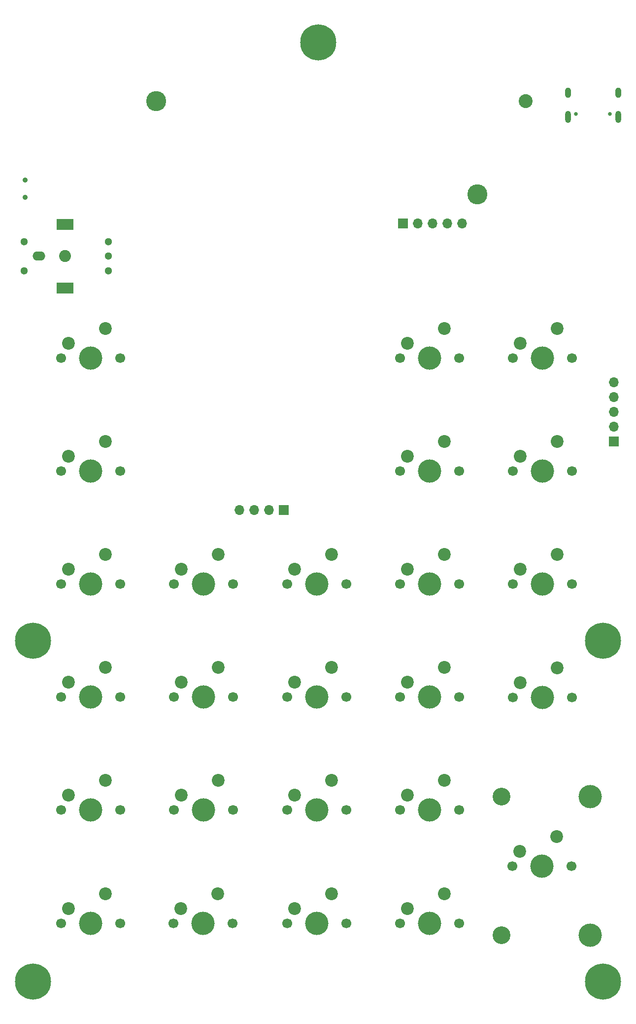
<source format=gbr>
%TF.GenerationSoftware,KiCad,Pcbnew,(5.99.0-9526-g5c17ff0595)*%
%TF.CreationDate,2021-07-05T19:36:55-05:00*%
%TF.ProjectId,Cafebabe,43616665-6261-4626-952e-6b696361645f,rev?*%
%TF.SameCoordinates,Original*%
%TF.FileFunction,Soldermask,Top*%
%TF.FilePolarity,Negative*%
%FSLAX46Y46*%
G04 Gerber Fmt 4.6, Leading zero omitted, Abs format (unit mm)*
G04 Created by KiCad (PCBNEW (5.99.0-9526-g5c17ff0595)) date 2021-07-05 19:36:55*
%MOMM*%
%LPD*%
G01*
G04 APERTURE LIST*
%ADD10C,1.700000*%
%ADD11C,4.000000*%
%ADD12C,2.200000*%
%ADD13R,3.000000X1.900000*%
%ADD14C,2.050000*%
%ADD15O,2.200000X1.550000*%
%ADD16C,1.300000*%
%ADD17C,6.200000*%
%ADD18C,3.050000*%
%ADD19R,1.700000X1.700000*%
%ADD20O,1.700000X1.700000*%
%ADD21C,0.650000*%
%ADD22O,1.000000X1.800000*%
%ADD23O,1.000000X2.100000*%
%ADD24C,0.900000*%
%ADD25C,3.450000*%
%ADD26C,2.390000*%
G04 APERTURE END LIST*
D10*
%TO.C,SW23*%
X134580000Y-174074000D03*
D11*
X129500000Y-174074000D03*
D10*
X124420000Y-174074000D03*
D12*
X132040000Y-168994000D03*
X125690000Y-171534000D03*
%TD*%
D11*
%TO.C,SW3*%
X71300000Y-77074000D03*
D10*
X76380000Y-77074000D03*
X66220000Y-77074000D03*
D12*
X73840000Y-71994000D03*
X67490000Y-74534000D03*
%TD*%
D13*
%TO.C,SW2*%
X66850000Y-54100000D03*
D14*
X66850000Y-59600000D03*
D13*
X66850000Y-65100000D03*
D15*
X62350000Y-59600000D03*
D16*
X74350000Y-62100000D03*
X74350000Y-57100000D03*
X74350000Y-59600000D03*
X59850000Y-62100000D03*
X59850000Y-57100000D03*
%TD*%
D10*
%TO.C,SW22*%
X134580000Y-154674000D03*
X124420000Y-154674000D03*
D11*
X129500000Y-154674000D03*
D12*
X132040000Y-149594000D03*
X125690000Y-152134000D03*
%TD*%
D17*
%TO.C,REF\u002A\u002A*%
X159300000Y-125600000D03*
%TD*%
D11*
%TO.C,SW27*%
X148860000Y-164274000D03*
D10*
X153940000Y-164274000D03*
D18*
X141860000Y-152374000D03*
D10*
X143780000Y-164274000D03*
D18*
X141860000Y-176174000D03*
D11*
X157100000Y-176174000D03*
X157100000Y-152374000D03*
D12*
X151400000Y-159194000D03*
X145050000Y-161734000D03*
%TD*%
D11*
%TO.C,SW16*%
X110100000Y-135274000D03*
D10*
X115180000Y-135274000D03*
X105020000Y-135274000D03*
D12*
X112640000Y-130194000D03*
X106290000Y-132734000D03*
%TD*%
D17*
%TO.C,REF\u002A\u002A*%
X110378000Y-22900000D03*
%TD*%
D19*
%TO.C,J4*%
X104450000Y-103200000D03*
D20*
X101910000Y-103200000D03*
X99370000Y-103200000D03*
X96830000Y-103200000D03*
%TD*%
D11*
%TO.C,SW21*%
X129500000Y-135274000D03*
D10*
X124420000Y-135274000D03*
X134580000Y-135274000D03*
D12*
X132040000Y-130194000D03*
X125690000Y-132734000D03*
%TD*%
D10*
%TO.C,SW12*%
X95780000Y-154674000D03*
X85620000Y-154674000D03*
D11*
X90700000Y-154674000D03*
D12*
X93240000Y-149594000D03*
X86890000Y-152134000D03*
%TD*%
D10*
%TO.C,SW18*%
X134580000Y-77074000D03*
D11*
X129500000Y-77074000D03*
D10*
X124420000Y-77074000D03*
D12*
X132040000Y-71994000D03*
X125690000Y-74534000D03*
%TD*%
D11*
%TO.C,SW25*%
X148900000Y-96474000D03*
D10*
X153980000Y-96474000D03*
X143820000Y-96474000D03*
D12*
X151440000Y-91394000D03*
X145090000Y-93934000D03*
%TD*%
D10*
%TO.C,SW11*%
X85620000Y-135274000D03*
D11*
X90700000Y-135274000D03*
D10*
X95780000Y-135274000D03*
D12*
X93240000Y-130194000D03*
X86890000Y-132734000D03*
%TD*%
D10*
%TO.C,SW14*%
X153980000Y-135300000D03*
X143820000Y-135300000D03*
D11*
X148900000Y-135300000D03*
D12*
X151440000Y-130220000D03*
X145090000Y-132760000D03*
%TD*%
D10*
%TO.C,SW26*%
X143820000Y-115900000D03*
X153980000Y-115900000D03*
D11*
X148900000Y-115900000D03*
D12*
X151440000Y-110820000D03*
X145090000Y-113360000D03*
%TD*%
D11*
%TO.C,SW13*%
X90600000Y-174080000D03*
D10*
X95680000Y-174080000D03*
X85520000Y-174080000D03*
D12*
X93140000Y-169000000D03*
X86790000Y-171540000D03*
%TD*%
D17*
%TO.C,REF\u002A\u002A*%
X61400000Y-184100000D03*
%TD*%
D11*
%TO.C,SW24*%
X148900000Y-77074000D03*
D10*
X143820000Y-77074000D03*
X153980000Y-77074000D03*
D12*
X151440000Y-71994000D03*
X145090000Y-74534000D03*
%TD*%
D11*
%TO.C,SW6*%
X71300000Y-135274000D03*
D10*
X66220000Y-135274000D03*
X76380000Y-135274000D03*
D12*
X73840000Y-130194000D03*
X67490000Y-132734000D03*
%TD*%
D17*
%TO.C,REF\u002A\u002A*%
X159300000Y-184100000D03*
%TD*%
D10*
%TO.C,SW4*%
X76380000Y-96474000D03*
X66220000Y-96474000D03*
D11*
X71300000Y-96474000D03*
D12*
X73840000Y-91394000D03*
X67490000Y-93934000D03*
%TD*%
D10*
%TO.C,SW17*%
X105020000Y-154674000D03*
D11*
X110100000Y-154674000D03*
D10*
X115180000Y-154674000D03*
D12*
X112640000Y-149594000D03*
X106290000Y-152134000D03*
%TD*%
D10*
%TO.C,SW19*%
X134580000Y-96474000D03*
X124420000Y-96474000D03*
D11*
X129500000Y-96474000D03*
D12*
X132040000Y-91394000D03*
X125690000Y-93934000D03*
%TD*%
D10*
%TO.C,SW20*%
X134580000Y-115874000D03*
D11*
X129500000Y-115874000D03*
D10*
X124420000Y-115874000D03*
D12*
X132040000Y-110794000D03*
X125690000Y-113334000D03*
%TD*%
D10*
%TO.C,SW8*%
X66220000Y-174074000D03*
D11*
X71300000Y-174074000D03*
D10*
X76380000Y-174074000D03*
D12*
X73840000Y-168994000D03*
X67490000Y-171534000D03*
%TD*%
D11*
%TO.C,SW7*%
X71300000Y-154674000D03*
D10*
X66220000Y-154674000D03*
X76380000Y-154674000D03*
D12*
X73840000Y-149594000D03*
X67490000Y-152134000D03*
%TD*%
D10*
%TO.C,SW10*%
X95780000Y-115874000D03*
D11*
X90700000Y-115874000D03*
D10*
X85620000Y-115874000D03*
D12*
X93240000Y-110794000D03*
X86890000Y-113334000D03*
%TD*%
D11*
%TO.C,SW9*%
X110100000Y-174100000D03*
D10*
X115180000Y-174100000D03*
X105020000Y-174100000D03*
D12*
X112640000Y-169020000D03*
X106290000Y-171560000D03*
%TD*%
D10*
%TO.C,SW5*%
X66220000Y-115874000D03*
X76380000Y-115874000D03*
D11*
X71300000Y-115874000D03*
D12*
X73840000Y-110794000D03*
X67490000Y-113334000D03*
%TD*%
D10*
%TO.C,SW15*%
X115180000Y-115874000D03*
D11*
X110100000Y-115874000D03*
D10*
X105020000Y-115874000D03*
D12*
X112640000Y-110794000D03*
X106290000Y-113334000D03*
%TD*%
D17*
%TO.C,REF\u002A\u002A*%
X61400000Y-125600000D03*
%TD*%
D19*
%TO.C,J1*%
X124925000Y-54000000D03*
D20*
X127465000Y-54000000D03*
X130005000Y-54000000D03*
X132545000Y-54000000D03*
X135085000Y-54000000D03*
%TD*%
D21*
%TO.C,P1*%
X160490000Y-35187500D03*
X154710000Y-35187500D03*
D22*
X161920000Y-31537500D03*
X153280000Y-31537500D03*
D23*
X153280000Y-35687500D03*
X161920000Y-35687500D03*
%TD*%
D24*
%TO.C,Power->1*%
X60000000Y-49500000D03*
X60000000Y-46500000D03*
%TD*%
D19*
%TO.C,J3*%
X161200000Y-91420000D03*
D20*
X161200000Y-88880000D03*
X161200000Y-86340000D03*
X161200000Y-83800000D03*
X161200000Y-81260000D03*
%TD*%
D25*
%TO.C,BT1*%
X82500000Y-33000000D03*
D26*
X146030000Y-33000000D03*
D25*
X137700000Y-49000000D03*
%TD*%
M02*

</source>
